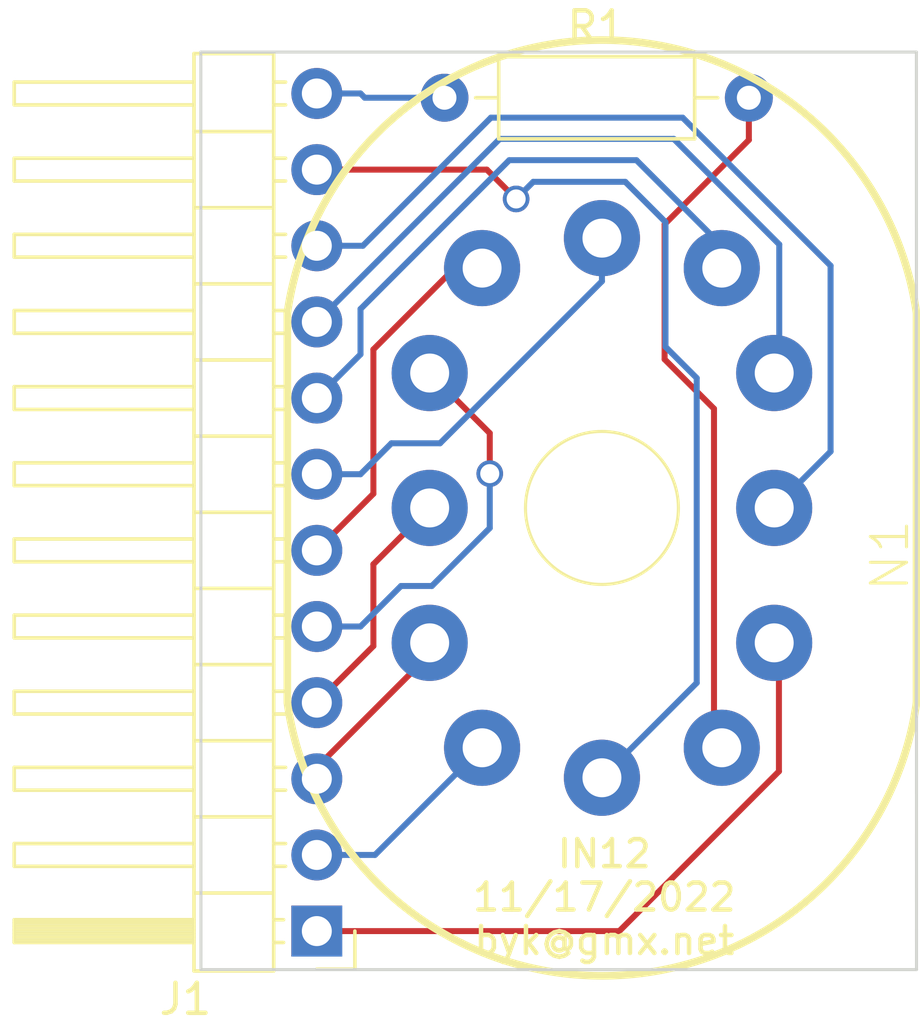
<source format=kicad_pcb>
(kicad_pcb (version 20211014) (generator pcbnew)
  (title_block (title "Charlie Nixie") (date "2019-05-27") (rev "1.1") (company "None") (comment 1 "Author: byk@gmx.net"))
  (layers (0 "F.Cu" signal) (31 "B.Cu" signal) (34 "B.Paste" user) (35 "F.Paste" user) (36 "B.SilkS" user "B.Silkscreen") (37 "F.SilkS" user "F.Silkscreen") (38 "B.Mask" user) (39 "F.Mask" user) (44 "Edge.Cuts" user))
  (net 0 "")
  (net 1 "Net-(N1-PadA)")
  (net 2 "/dig0")
  (net 3 "HT")
  (net 4 "/dig1")
  (net 5 "/dig2")
  (net 6 "/dig3")
  (net 7 "/dig4")
  (net 8 "/dig5")
  (net 9 "/dig6")
  (net 10 "/dig7")
  (net 11 "/dig8")
  (net 12 "/dig9")
  (net 13 "/dp")
  (footprint "project_footprints:IN-12" (layer "F.Cu") (at 172.668 96.206)
    (fp_text reference "N1" (at 10.3188 2.8575 90) (layer "F.SilkS") (effects (font (size 1.2065 1.2065) (thickness 0.1016)) (justify left bottom)))
    (fp_text value "IN-12B" hide)
    (fp_line (start 10.5 -6.5) (end 10.5 6.5) (layer "F.SilkS") (width 0.254))
    (fp_line (start -10.5 6.5) (end -10.5 -6.5) (layer "F.SilkS") (width 0.254))
    (fp_arc (start -10.5 -6.5) (mid -0.022196 -15.606578) (end 10.49363 -6.543932) (layer "F.SilkS") (width 0.254))
    (fp_arc (start 10.5 6.5) (mid 0.022196 15.606578) (end -10.49363 6.543932) (layer "F.SilkS") (width 0.254))
    (fp_circle (center 0 0) (end 2.54 0) (layer "F.SilkS") (width 0.127) (fill none))
    (pad "" np_thru_hole circle locked (at 0 0) (size 5 5) (drill 5) (layers *.Cu *.Mask))
    (pad "0" thru_hole circle locked (at 5.75 4.5) (size 2.54 2.54) (drill 1.3) (layers *.Cu *.Mask) (net 2 "/dig0"))
    (pad "1" thru_hole circle locked (at -4 8) (size 2.54 2.54) (drill 1.3) (layers *.Cu *.Mask) (net 4 "/dig1"))
    (pad "2" thru_hole circle locked (at -5.75 4.5) (size 2.54 2.54) (drill 1.3) (layers *.Cu *.Mask) (net 5 "/dig2"))
    (pad "3" thru_hole circle locked (at -5.75 0) (size 2.54 2.54) (drill 1.3) (layers *.Cu *.Mask) (net 6 "/dig3"))
    (pad "4" thru_hole circle locked (at -5.75 -4.5) (size 2.54 2.54) (drill 1.3) (layers *.Cu *.Mask) (net 7 "/dig4"))
    (pad "5" thru_hole circle locked (at -4 -8) (size 2.54 2.54) (drill 1.3) (layers *.Cu *.Mask) (net 8 "/dig5"))
    (pad "6" thru_hole circle locked (at 0 -9) (size 2.54 2.54) (drill 1.3) (layers *.Cu *.Mask) (net 9 "/dig6"))
    (pad "7" thru_hole circle locked (at 4 -8) (size 2.54 2.54) (drill 1.3) (layers *.Cu *.Mask) (net 10 "/dig7"))
    (pad "8" thru_hole circle locked (at 5.75 -4.5) (size 2.54 2.54) (drill 1.3) (layers *.Cu *.Mask) (net 11 "/dig8"))
    (pad "9" thru_hole circle locked (at 5.75 0) (size 2.54 2.54) (drill 1.3) (layers *.Cu *.Mask) (net 12 "/dig9"))
    (pad "A" thru_hole circle locked (at 4 8) (size 2.54 2.54) (drill 1.3) (layers *.Cu *.Mask) (net 1 "Net-(N1-PadA)"))
    (pad "LHDP" thru_hole circle locked (at 0 9) (size 2.54 2.54) (drill 1.3) (layers *.Cu *.Mask) (net 13 "/dp"))
  )
  (footprint "Resistor_THT:R_Axial_DIN0207_L6.3mm_D2.5mm_P10.16mm_Horizontal" (layer "F.Cu") (at 167.412 82.523)
    (fp_text reference "R1" (at 5.08 -2.37) (layer "F.SilkS"))
    (fp_text value "15k")
    (fp_line (start 8.35 -1.37) (end 1.81 -1.37) (layer "F.SilkS") (width 0.12))
    (fp_line (start 8.35 1.37) (end 8.35 -1.37) (layer "F.SilkS") (width 0.12))
    (fp_line (start 1.04 0) (end 1.81 0) (layer "F.SilkS") (width 0.12))
    (fp_line (start 1.81 1.37) (end 8.35 1.37) (layer "F.SilkS") (width 0.12))
    (fp_line (start 1.81 -1.37) (end 1.81 1.37) (layer "F.SilkS") (width 0.12))
    (fp_line (start 9.12 0) (end 8.35 0) (layer "F.SilkS") (width 0.12))
    (pad "1" thru_hole circle (at 0 0) (size 1.6 1.6) (drill 0.8) (layers *.Cu *.Mask) (net 3 "HT"))
    (pad "2" thru_hole oval (at 10.16 0) (size 1.6 1.6) (drill 0.8) (layers *.Cu *.Mask) (net 1 "Net-(N1-PadA)"))
  )
  (footprint "Connector_PinHeader_2.54mm:PinHeader_1x12_P2.54mm_Horizontal" (layer "F.Cu") (at 163.151 110.321 180)
    (fp_text reference "J1" (at 4.385 -2.27 180) (layer "F.SilkS"))
    (fp_text value "Conn_01x12")
    (fp_line (start 10.1 14.86) (end 10.1 15.62) (layer "F.SilkS") (width 0.12))
    (fp_line (start 10.1 2.16) (end 10.1 2.92) (layer "F.SilkS") (width 0.12))
    (fp_line (start 10.1 25.02) (end 10.1 25.78) (layer "F.SilkS") (width 0.12))
    (fp_line (start 1.44 6.35) (end 4.1 6.35) (layer "F.SilkS") (width 0.12))
    (fp_line (start 10.1 10.54) (end 4.1 10.54) (layer "F.SilkS") (width 0.12))
    (fp_line (start 1.44 21.59) (end 4.1 21.59) (layer "F.SilkS") (width 0.12))
    (fp_line (start 1.44 13.97) (end 4.1 13.97) (layer "F.SilkS") (width 0.12))
    (fp_line (start 4.1 9.78) (end 10.1 9.78) (layer "F.SilkS") (width 0.12))
    (fp_line (start 4.1 -0.32) (end 10.1 -0.32) (layer "F.SilkS") (width 0.12))
    (fp_line (start 1.042929 10.54) (end 1.44 10.54) (layer "F.SilkS") (width 0.12))
    (fp_line (start 1.44 1.27) (end 4.1 1.27) (layer "F.SilkS") (width 0.12))
    (fp_line (start 10.1 17.4) (end 10.1 18.16) (layer "F.SilkS") (width 0.12))
    (fp_line (start 1.44 24.13) (end 4.1 24.13) (layer "F.SilkS") (width 0.12))
    (fp_line (start 1.44 8.89) (end 4.1 8.89) (layer "F.SilkS") (width 0.12))
    (fp_line (start 4.1 17.4) (end 10.1 17.4) (layer "F.SilkS") (width 0.12))
    (fp_line (start 4.1 -1.33) (end 1.44 -1.33) (layer "F.SilkS") (width 0.12))
    (fp_line (start 10.1 27.56) (end 10.1 28.32) (layer "F.SilkS") (width 0.12))
    (fp_line (start 1.042929 28.32) (end 1.44 28.32) (layer "F.SilkS") (width 0.12))
    (fp_line (start 10.1 8) (end 4.1 8) (layer "F.SilkS") (width 0.12))
    (fp_line (start 10.1 23.24) (end 4.1 23.24) (layer "F.SilkS") (width 0.12))
    (fp_line (start 1.042929 20.7) (end 1.44 20.7) (layer "F.SilkS") (width 0.12))
    (fp_line (start 10.1 28.32) (end 4.1 28.32) (layer "F.SilkS") (width 0.12))
    (fp_line (start 1.11 0.38) (end 1.44 0.38) (layer "F.SilkS") (width 0.12))
    (fp_line (start 10.1 0.38) (end 4.1 0.38) (layer "F.SilkS") (width 0.12))
    (fp_line (start 1.44 3.81) (end 4.1 3.81) (layer "F.SilkS") (width 0.12))
    (fp_line (start 1.042929 5.46) (end 1.44 5.46) (layer "F.SilkS") (width 0.12))
    (fp_line (start 1.44 16.51) (end 4.1 16.51) (layer "F.SilkS") (width 0.12))
    (fp_line (start 4.1 -0.08) (end 10.1 -0.08) (layer "F.SilkS") (width 0.12))
    (fp_line (start 10.1 13.08) (end 4.1 13.08) (layer "F.SilkS") (width 0.12))
    (fp_line (start 1.042929 8) (end 1.44 8) (layer "F.SilkS") (width 0.12))
    (fp_line (start 1.44 19.05) (end 4.1 19.05) (layer "F.SilkS") (width 0.12))
    (fp_line (start 1.11 -0.38) (end 1.44 -0.38) (layer "F.SilkS") (width 0.12))
    (fp_line (start 1.042929 13.08) (end 1.44 13.08) (layer "F.SilkS") (width 0.12))
    (fp_line (start 1.042929 7.24) (end 1.44 7.24) (layer "F.SilkS") (width 0.12))
    (fp_line (start 10.1 15.62) (end 4.1 15.62) (layer "F.SilkS") (width 0.12))
    (fp_line (start 1.042929 4.7) (end 1.44 4.7) (layer "F.SilkS") (width 0.12))
    (fp_line (start 1.042929 17.4) (end 1.44 17.4) (layer "F.SilkS") (width 0.12))
    (fp_line (start 1.042929 2.92) (end 1.44 2.92) (layer "F.SilkS") (width 0.12))
    (fp_line (start 1.042929 23.24) (end 1.44 23.24) (layer "F.SilkS") (width 0.12))
    (fp_line (start 4.1 0.16) (end 10.1 0.16) (layer "F.SilkS") (width 0.12))
    (fp_line (start 4.1 12.32) (end 10.1 12.32) (layer "F.SilkS") (width 0.12))
    (fp_line (start 4.1 0.28) (end 10.1 0.28) (layer "F.SilkS") (width 0.12))
    (fp_line (start 10.1 7.24) (end 10.1 8) (layer "F.SilkS") (width 0.12))
    (fp_line (start 1.042929 22.48) (end 1.44 22.48) (layer "F.SilkS") (width 0.12))
    (fp_line (start 1.44 -1.33) (end 1.44 29.27) (layer "F.SilkS") (width 0.12))
    (fp_line (start 4.1 29.27) (end 4.1 -1.33) (layer "F.SilkS") (width 0.12))
    (fp_line (start 1.44 11.43) (end 4.1 11.43) (layer "F.SilkS") (width 0.12))
    (fp_line (start 4.1 19.94) (end 10.1 19.94) (layer "F.SilkS") (width 0.12))
    (fp_line (start 4.1 0.04) (end 10.1 0.04) (layer "F.SilkS") (width 0.12))
    (fp_line (start 1.042929 25.78) (end 1.44 25.78) (layer "F.SilkS") (width 0.12))
    (fp_line (start 4.1 14.86) (end 10.1 14.86) (layer "F.SilkS") (width 0.12))
    (fp_line (start 10.1 22.48) (end 10.1 23.24) (layer "F.SilkS") (width 0.12))
    (fp_line (start 1.44 29.27) (end 4.1 29.27) (layer "F.SilkS") (width 0.12))
    (fp_line (start 10.1 2.92) (end 4.1 2.92) (layer "F.SilkS") (width 0.12))
    (fp_line (start 1.042929 18.16) (end 1.44 18.16) (layer "F.SilkS") (width 0.12))
    (fp_line (start 10.1 18.16) (end 4.1 18.16) (layer "F.SilkS") (width 0.12))
    (fp_line (start 4.1 22.48) (end 10.1 22.48) (layer "F.SilkS") (width 0.12))
    (fp_line (start 10.1 9.78) (end 10.1 10.54) (layer "F.SilkS") (width 0.12))
    (fp_line (start 4.1 2.16) (end 10.1 2.16) (layer "F.SilkS") (width 0.12))
    (fp_line (start 1.042929 12.32) (end 1.44 12.32) (layer "F.SilkS") (width 0.12))
    (fp_line (start 10.1 5.46) (end 4.1 5.46) (layer "F.SilkS") (width 0.12))
    (fp_line (start 1.042929 14.86) (end 1.44 14.86) (layer "F.SilkS") (width 0.12))
    (fp_line (start -1.27 0) (end -1.27 -1.27) (layer "F.SilkS") (width 0.12))
    (fp_line (start 4.1 25.02) (end 10.1 25.02) (layer "F.SilkS") (width 0.12))
    (fp_line (start 10.1 12.32) (end 10.1 13.08) (layer "F.SilkS") (width 0.12))
    (fp_line (start 4.1 27.56) (end 10.1 27.56) (layer "F.SilkS") (width 0.12))
    (fp_line (start 1.042929 25.02) (end 1.44 25.02) (layer "F.SilkS") (width 0.12))
    (fp_line (start 1.44 26.67) (end 4.1 26.67) (layer "F.SilkS") (width 0.12))
    (fp_line (start -1.27 -1.27) (end 0 -1.27) (layer "F.SilkS") (width 0.12))
    (fp_line (start 10.1 25.78) (end 4.1 25.78) (layer "F.SilkS") (width 0.12))
    (fp_line (start 4.1 -0.38) (end 10.1 -0.38) (layer "F.SilkS") (width 0.12))
    (fp_line (start 10.1 4.7) (end 10.1 5.46) (layer "F.SilkS") (width 0.12))
    (fp_line (start 1.042929 27.56) (end 1.44 27.56) (layer "F.SilkS") (width 0.12))
    (fp_line (start 4.1 7.24) (end 10.1 7.24) (layer "F.SilkS") (width 0.12))
    (fp_line (start 1.042929 15.62) (end 1.44 15.62) (layer "F.SilkS") (width 0.12))
    (fp_line (start 4.1 -0.2) (end 10.1 -0.2) (layer "F.SilkS") (width 0.12))
    (fp_line (start 10.1 19.94) (end 10.1 20.7) (layer "F.SilkS") (width 0.12))
    (fp_line (start 1.042929 2.16) (end 1.44 2.16) (layer "F.SilkS") (width 0.12))
    (fp_line (start 10.1 -0.38) (end 10.1 0.38) (layer "F.SilkS") (width 0.12))
    (fp_line (start 4.1 4.7) (end 10.1 4.7) (layer "F.SilkS") (width 0.12))
    (fp_line (start 1.042929 19.94) (end 1.44 19.94) (layer "F.SilkS") (width 0.12))
    (fp_line (start 1.042929 9.78) (end 1.44 9.78) (layer "F.SilkS") (width 0.12))
    (fp_line (start 10.1 20.7) (end 4.1 20.7) (layer "F.SilkS") (width 0.12))
    (pad "1" thru_hole rect (at 0 0 180) (size 1.7 1.7) (drill 1) (layers *.Cu *.Mask) (net 2 "/dig0"))
    (pad "2" thru_hole oval (at 0 2.54 180) (size 1.7 1.7) (drill 1) (layers *.Cu *.Mask) (net 4 "/dig1"))
    (pad "3" thru_hole oval (at 0 5.08 180) (size 1.7 1.7) (drill 1) (layers *.Cu *.Mask) (net 5 "/dig2"))
    (pad "4" thru_hole oval (at 0 7.62 180) (size 1.7 1.7) (drill 1) (layers *.Cu *.Mask) (net 6 "/dig3"))
    (pad "5" thru_hole oval (at 0 10.16 180) (size 1.7 1.7) (drill 1) (layers *.Cu *.Mask) (net 7 "/dig4"))
    (pad "6" thru_hole oval (at 0 12.7 180) (size 1.7 1.7) (drill 1) (layers *.Cu *.Mask) (net 8 "/dig5"))
    (pad "7" thru_hole oval (at 0 15.24 180) (size 1.7 1.7) (drill 1) (layers *.Cu *.Mask) (net 9 "/dig6"))
    (pad "8" thru_hole oval (at 0 17.78 180) (size 1.7 1.7) (drill 1) (layers *.Cu *.Mask) (net 10 "/dig7"))
    (pad "9" thru_hole oval (at 0 20.32 180) (size 1.7 1.7) (drill 1) (layers *.Cu *.Mask) (net 11 "/dig8"))
    (pad "10" thru_hole oval (at 0 22.86 180) (size 1.7 1.7) (drill 1) (layers *.Cu *.Mask) (net 12 "/dig9"))
    (pad "11" thru_hole oval (at 0 25.4 180) (size 1.7 1.7) (drill 1) (layers *.Cu *.Mask) (net 13 "/dp"))
    (pad "12" thru_hole oval (at 0 27.94 180) (size 1.7 1.7) (drill 1) (layers *.Cu *.Mask) (net 3 "HT"))
  )
  (gr_line (start 159.284 111.606) (end 159.28 80.999) (layer "Edge.Cuts") (width 0.1))
  (gr_line (start 159.28 80.999) (end 183.164 80.999) (layer "Edge.Cuts") (width 0.1))
  (gr_line (start 183.164 80.999) (end 183.168 111.606) (layer "Edge.Cuts") (width 0.1))
  (gr_line (start 183.168 111.606) (end 159.284 111.606) (layer "Edge.Cuts") (width 0.1))
  (gr_text "IN12\n11/17/2022\nbyk@gmx.net" (at 172.746 109.193) (layer "F.SilkS") (effects (font (size 0.9 0.9))))
  (segment (start 174.7594 86.7439) (end 177.572 83.9313) (width 0.2) (layer "F.Cu") (net 1))
  (segment (start 177.572 82.523) (end 177.572 83.9313) (width 0.2) (layer "F.Cu") (net 1))
  (segment (start 174.7594 91.2472) (end 174.7594 86.7439) (width 0.2) (layer "F.Cu") (net 1))
  (segment (start 176.4086 92.8964) (end 174.7594 91.2472) (width 0.2) (layer "F.Cu") (net 1))
  (segment (start 176.4086 103.9466) (end 176.4086 92.8964) (width 0.2) (layer "F.Cu") (net 1))
  (segment (start 176.668 104.206) (end 176.4086 103.9466) (width 0.2) (layer "F.Cu") (net 1))
  (segment (start 178.5757 100.8637) (end 178.5757 104.9932) (width 0.2) (layer "F.Cu") (net 2))
  (segment (start 178.418 100.706) (end 178.5757 100.8637) (width 0.2) (layer "F.Cu") (net 2))
  (segment (start 173.2479 110.321) (end 163.151 110.321) (width 0.2) (layer "F.Cu") (net 2))
  (segment (start 178.5757 104.9932) (end 173.2479 110.321) (width 0.2) (layer "F.Cu") (net 2))
  (segment (start 167.412 82.523) (end 164.7513 82.523) (width 0.2) (layer "B.Cu") (net 3))
  (segment (start 163.151 82.381) (end 164.6093 82.381) (width 0.2) (layer "B.Cu") (net 3))
  (segment (start 164.7513 82.523) (end 164.6093 82.381) (width 0.2) (layer "B.Cu") (net 3))
  (segment (start 168.668 104.206) (end 165.093 107.781) (width 0.2) (layer "B.Cu") (net 4))
  (segment (start 165.093 107.781) (end 163.151 107.781) (width 0.2) (layer "B.Cu") (net 4))
  (segment (start 166.918 101.09) (end 166.918 100.706) (width 0.3) (layer "F.Cu") (net 5))
  (segment (start 163.151 104.857) (end 163.151 105.241) (width 0.2) (layer "F.Cu") (net 5))
  (segment (start 166.918 101.474) (end 166.918 101.09) (width 0.3) (layer "F.Cu") (net 5))
  (segment (start 166.918 101.09) (end 163.151 104.857) (width 0.2) (layer "F.Cu") (net 5))
  (segment (start 165.0396 100.8124) (end 163.151 102.701) (width 0.2) (layer "F.Cu") (net 6))
  (segment (start 166.918 96.206) (end 165.0396 98.0844) (width 0.2) (layer "F.Cu") (net 6))
  (segment (start 165.0396 98.0844) (end 165.0396 100.8124) (width 0.2) (layer "F.Cu") (net 6))
  (segment (start 168.9233 93.7113) (end 168.9233 95.062) (width 0.2) (layer "F.Cu") (net 7))
  (segment (start 166.918 91.706) (end 168.9233 93.7113) (width 0.2) (layer "F.Cu") (net 7))
  (via (at 168.9233 95.062) (size 0.889) (drill 0.635) (layers "F.Cu" "B.Cu") (net 7))
  (segment (start 163.151 100.161) (end 164.6093 100.161) (width 0.2) (layer "B.Cu") (net 7))
  (segment (start 166.991 98.8096) (end 168.9233 96.8773) (width 0.2) (layer "B.Cu") (net 7))
  (segment (start 165.9607 98.8096) (end 166.991 98.8096) (width 0.2) (layer "B.Cu") (net 7))
  (segment (start 168.9233 96.8773) (end 168.9233 95.062) (width 0.2) (layer "B.Cu") (net 7))
  (segment (start 164.6093 100.161) (end 165.9607 98.8096) (width 0.2) (layer "B.Cu") (net 7))
  (segment (start 165.0396 95.7324) (end 163.151 97.621) (width 0.2) (layer "F.Cu") (net 8))
  (segment (start 168.668 88.206) (end 167.7531 88.206) (width 0.2) (layer "F.Cu") (net 8))
  (segment (start 167.7531 88.206) (end 165.0396 90.9195) (width 0.2) (layer "F.Cu") (net 8))
  (segment (start 165.0396 90.9195) (end 165.0396 95.7324) (width 0.2) (layer "F.Cu") (net 8))
  (segment (start 172.668 88.6447) (end 167.2629 94.0498) (width 0.2) (layer "B.Cu") (net 9))
  (segment (start 163.151 95.081) (end 164.6093 95.081) (width 0.2) (layer "B.Cu") (net 9))
  (segment (start 165.6405 94.0498) (end 164.6093 95.081) (width 0.2) (layer "B.Cu") (net 9))
  (segment (start 172.668 87.206) (end 172.668 88.6447) (width 0.2) (layer "B.Cu") (net 9))
  (segment (start 167.2629 94.0498) (end 165.6405 94.0498) (width 0.2) (layer "B.Cu") (net 9))
  (segment (start 169.574 84.6062) (end 164.6093 89.5709) (width 0.2) (layer "B.Cu") (net 10))
  (segment (start 176.668 87.4548) (end 173.8194 84.6062) (width 0.2) (layer "B.Cu") (net 10))
  (segment (start 173.8194 84.6062) (end 169.574 84.6062) (width 0.2) (layer "B.Cu") (net 10))
  (segment (start 176.668 88.206) (end 176.668 87.4548) (width 0.2) (layer "B.Cu") (net 10))
  (segment (start 164.6093 91.0827) (end 163.151 92.541) (width 0.2) (layer "B.Cu") (net 10))
  (segment (start 164.6093 89.5709) (end 164.6093 91.0827) (width 0.2) (layer "B.Cu") (net 10))
  (segment (start 178.5872 87.4165) (end 175.0667 83.896) (width 0.2) (layer "B.Cu") (net 11))
  (segment (start 169.256 83.896) (end 163.151 90.001) (width 0.2) (layer "B.Cu") (net 11))
  (segment (start 178.5872 91.5368) (end 178.5872 87.4165) (width 0.2) (layer "B.Cu") (net 11))
  (segment (start 175.0667 83.896) (end 169.256 83.896) (width 0.2) (layer "B.Cu") (net 11))
  (segment (start 178.418 91.706) (end 178.5872 91.5368) (width 0.2) (layer "B.Cu") (net 11))
  (segment (start 178.418 96.206) (end 180.2995 94.3245) (width 0.2) (layer "B.Cu") (net 12))
  (segment (start 180.2995 94.3245) (end 180.2995 88.125) (width 0.2) (layer "B.Cu") (net 12))
  (segment (start 164.6891 87.461) (end 163.151 87.461) (width 0.2) (layer "B.Cu") (net 12))
  (segment (start 175.3619 83.1874) (end 168.9627 83.1874) (width 0.2) (layer "B.Cu") (net 12))
  (segment (start 168.9627 83.1874) (end 164.6891 87.461) (width 0.2) (layer "B.Cu") (net 12))
  (segment (start 180.2995 88.125) (end 175.3619 83.1874) (width 0.2) (layer "B.Cu") (net 12))
  (segment (start 169.8043 85.8992) (end 168.8261 84.921) (width 0.2) (layer "F.Cu") (net 13))
  (segment (start 168.8261 84.921) (end 163.151 84.921) (width 0.2) (layer "F.Cu") (net 13))
  (via (at 169.8043 85.8992) (size 0.889) (drill 0.635) (layers "F.Cu" "B.Cu") (net 13))
  (segment (start 173.4462 85.3276) (end 170.3759 85.3276) (width 0.2) (layer "B.Cu") (net 13))
  (segment (start 172.668 105.206) (end 175.831 102.043) (width 0.2) (layer "B.Cu") (net 13))
  (segment (start 170.3759 85.3276) (end 169.8043 85.8992) (width 0.2) (layer "B.Cu") (net 13))
  (segment (start 175.831 91.8724) (end 174.7896 90.831) (width 0.2) (layer "B.Cu") (net 13))
  (segment (start 174.7896 90.831) (end 174.7896 86.671) (width 0.2) (layer "B.Cu") (net 13))
  (segment (start 174.7896 86.671) (end 173.4462 85.3276) (width 0.2) (layer "B.Cu") (net 13))
  (segment (start 175.831 102.043) (end 175.831 91.8724) (width 0.2) (layer "B.Cu") (net 13))
)
</source>
